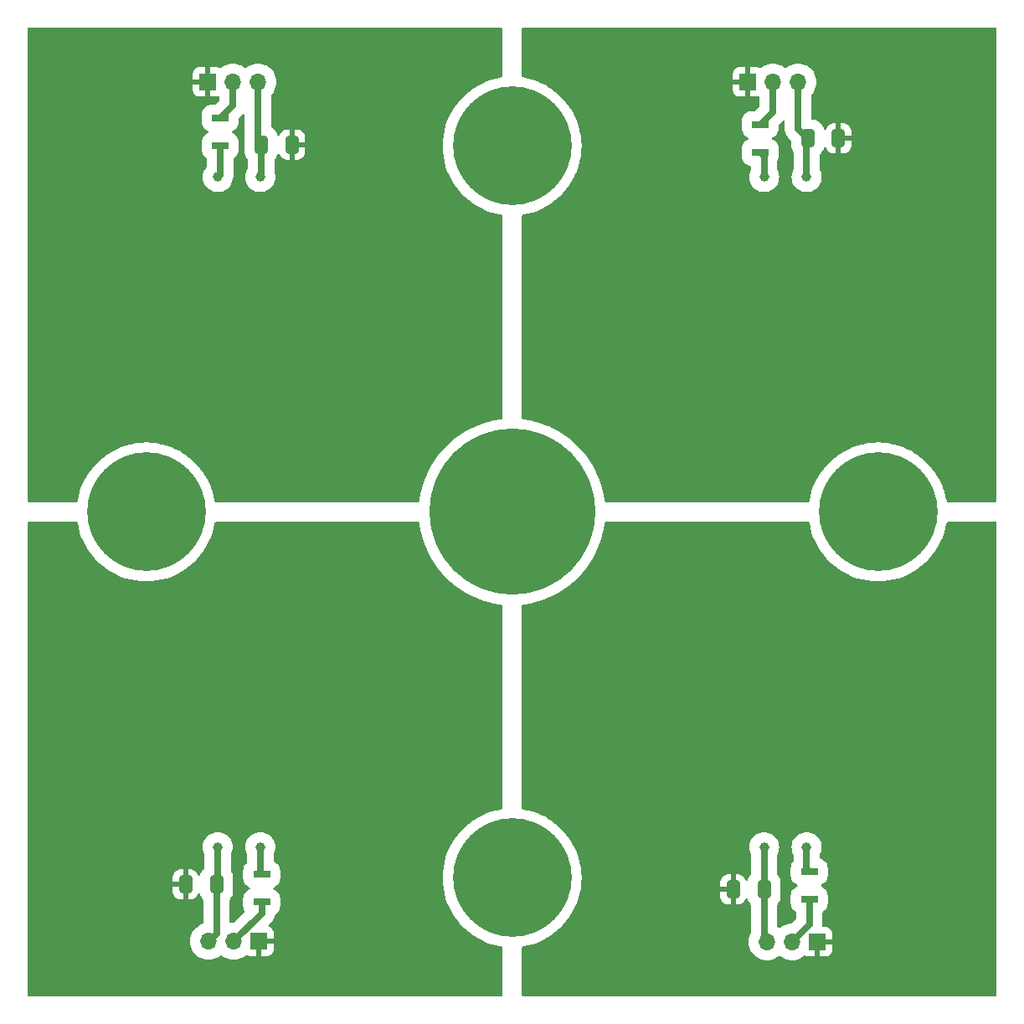
<source format=gbr>
%TF.GenerationSoftware,KiCad,Pcbnew,7.0.5-0*%
%TF.CreationDate,2023-07-05T09:28:37-04:00*%
%TF.ProjectId,quad_sipm,71756164-5f73-4697-906d-2e6b69636164,rev?*%
%TF.SameCoordinates,Original*%
%TF.FileFunction,Copper,L2,Bot*%
%TF.FilePolarity,Positive*%
%FSLAX46Y46*%
G04 Gerber Fmt 4.6, Leading zero omitted, Abs format (unit mm)*
G04 Created by KiCad (PCBNEW 7.0.5-0) date 2023-07-05 09:28:37*
%MOMM*%
%LPD*%
G01*
G04 APERTURE LIST*
G04 Aperture macros list*
%AMRoundRect*
0 Rectangle with rounded corners*
0 $1 Rounding radius*
0 $2 $3 $4 $5 $6 $7 $8 $9 X,Y pos of 4 corners*
0 Add a 4 corners polygon primitive as box body*
4,1,4,$2,$3,$4,$5,$6,$7,$8,$9,$2,$3,0*
0 Add four circle primitives for the rounded corners*
1,1,$1+$1,$2,$3*
1,1,$1+$1,$4,$5*
1,1,$1+$1,$6,$7*
1,1,$1+$1,$8,$9*
0 Add four rect primitives between the rounded corners*
20,1,$1+$1,$2,$3,$4,$5,0*
20,1,$1+$1,$4,$5,$6,$7,0*
20,1,$1+$1,$6,$7,$8,$9,0*
20,1,$1+$1,$8,$9,$2,$3,0*%
G04 Aperture macros list end*
%TA.AperFunction,ComponentPad*%
%ADD10C,1.000000*%
%TD*%
%TA.AperFunction,ComponentPad*%
%ADD11C,16.800000*%
%TD*%
%TA.AperFunction,ComponentPad*%
%ADD12C,12.000000*%
%TD*%
%TA.AperFunction,ComponentPad*%
%ADD13R,1.700000X1.700000*%
%TD*%
%TA.AperFunction,ComponentPad*%
%ADD14O,1.700000X1.700000*%
%TD*%
%TA.AperFunction,SMDPad,CuDef*%
%ADD15RoundRect,0.250000X0.412500X0.650000X-0.412500X0.650000X-0.412500X-0.650000X0.412500X-0.650000X0*%
%TD*%
%TA.AperFunction,SMDPad,CuDef*%
%ADD16RoundRect,0.250000X-0.412500X-0.650000X0.412500X-0.650000X0.412500X0.650000X-0.412500X0.650000X0*%
%TD*%
%TA.AperFunction,SMDPad,CuDef*%
%ADD17R,1.699200X0.701600*%
%TD*%
%TA.AperFunction,Conductor*%
%ADD18C,0.635000*%
%TD*%
G04 APERTURE END LIST*
D10*
%TO.P,D4,1,K*%
%TO.N,Net-(D4-K)*%
X74540000Y-66140000D03*
%TO.P,D4,2,A*%
%TO.N,Net-(D4-A)*%
X70240000Y-66140000D03*
%TD*%
%TO.P,D3,1,K*%
%TO.N,Net-(D3-K)*%
X129785000Y-66140000D03*
%TO.P,D3,2,A*%
%TO.N,Net-(D3-A)*%
X125485000Y-66140000D03*
%TD*%
%TO.P,D2,1,K*%
%TO.N,Net-(D2-K)*%
X70240000Y-133885000D03*
%TO.P,D2,2,A*%
%TO.N,Net-(D2-A)*%
X74540000Y-133885000D03*
%TD*%
%TO.P,D1,1,K*%
%TO.N,Net-(D1-K)*%
X125485000Y-133885000D03*
%TO.P,D1,2,A*%
%TO.N,Net-(D1-A)*%
X129785000Y-133885000D03*
%TD*%
D11*
%TO.P,H2,1*%
%TO.N,N/C*%
X100000000Y-100000000D03*
%TD*%
D12*
%TO.P,H3,1*%
%TO.N,N/C*%
X100000000Y-137000000D03*
%TD*%
%TO.P,H4,1*%
%TO.N,N/C*%
X137000000Y-100000000D03*
%TD*%
%TO.P,H5,1*%
%TO.N,N/C*%
X63000000Y-100000000D03*
%TD*%
%TO.P,H1,1*%
%TO.N,N/C*%
X100000000Y-63000000D03*
%TD*%
D13*
%TO.P,J1,1,Pin_1*%
%TO.N,Net-(J1-Pin_1)*%
X130855000Y-143465000D03*
D14*
%TO.P,J1,2,Pin_2*%
%TO.N,Net-(J1-Pin_2)*%
X128315000Y-143465000D03*
%TO.P,J1,3,Pin_3*%
%TO.N,Net-(D1-K)*%
X125775000Y-143465000D03*
%TD*%
D15*
%TO.P,C4,1*%
%TO.N,Net-(J4-Pin_1)*%
X77762500Y-62865000D03*
%TO.P,C4,2*%
%TO.N,Net-(D4-K)*%
X74637500Y-62865000D03*
%TD*%
D13*
%TO.P,J3,1,Pin_1*%
%TO.N,Net-(J3-Pin_1)*%
X123825000Y-56515000D03*
D14*
%TO.P,J3,2,Pin_2*%
%TO.N,Net-(J3-Pin_2)*%
X126365000Y-56515000D03*
%TO.P,J3,3,Pin_3*%
%TO.N,Net-(D3-K)*%
X128905000Y-56515000D03*
%TD*%
D13*
%TO.P,J4,1,Pin_1*%
%TO.N,Net-(J4-Pin_1)*%
X69215000Y-56515000D03*
D14*
%TO.P,J4,2,Pin_2*%
%TO.N,Net-(J4-Pin_2)*%
X71755000Y-56515000D03*
%TO.P,J4,3,Pin_3*%
%TO.N,Net-(D4-K)*%
X74295000Y-56515000D03*
%TD*%
D15*
%TO.P,C3,1*%
%TO.N,Net-(J3-Pin_1)*%
X133007500Y-62230000D03*
%TO.P,C3,2*%
%TO.N,Net-(D3-K)*%
X129882500Y-62230000D03*
%TD*%
D13*
%TO.P,J2,1,Pin_1*%
%TO.N,Net-(J2-Pin_1)*%
X74385000Y-143420000D03*
D14*
%TO.P,J2,2,Pin_2*%
%TO.N,Net-(J2-Pin_2)*%
X71845000Y-143420000D03*
%TO.P,J2,3,Pin_3*%
%TO.N,Net-(D2-K)*%
X69305000Y-143420000D03*
%TD*%
D16*
%TO.P,C1,1*%
%TO.N,Net-(J1-Pin_1)*%
X122351000Y-138176000D03*
%TO.P,C1,2*%
%TO.N,Net-(D1-K)*%
X125476000Y-138176000D03*
%TD*%
%TO.P,C2,1*%
%TO.N,Net-(J2-Pin_1)*%
X66979000Y-137668000D03*
%TO.P,C2,2*%
%TO.N,Net-(D2-K)*%
X70104000Y-137668000D03*
%TD*%
D17*
%TO.P,R3,1*%
%TO.N,Net-(J3-Pin_2)*%
X125095000Y-60829200D03*
%TO.P,R3,2*%
%TO.N,Net-(D3-A)*%
X125095000Y-63630800D03*
%TD*%
%TO.P,R4,1*%
%TO.N,Net-(D4-A)*%
X70485000Y-62995800D03*
%TO.P,R4,2*%
%TO.N,Net-(J4-Pin_2)*%
X70485000Y-60194200D03*
%TD*%
%TO.P,R2,1*%
%TO.N,Net-(D2-A)*%
X74676000Y-136652000D03*
%TO.P,R2,2*%
%TO.N,Net-(J2-Pin_2)*%
X74676000Y-139453600D03*
%TD*%
%TO.P,R1,1*%
%TO.N,Net-(D1-A)*%
X130048000Y-136390400D03*
%TO.P,R1,2*%
%TO.N,Net-(J1-Pin_2)*%
X130048000Y-139192000D03*
%TD*%
D18*
%TO.N,Net-(J1-Pin_2)*%
X130048000Y-139192000D02*
X130048000Y-141732000D01*
X130048000Y-141732000D02*
X128315000Y-143465000D01*
%TO.N,Net-(D1-A)*%
X129785000Y-133885000D02*
X129785000Y-136127400D01*
X129785000Y-136127400D02*
X130048000Y-136390400D01*
%TO.N,Net-(D1-K)*%
X125476000Y-138176000D02*
X125476000Y-143166000D01*
X125476000Y-143166000D02*
X125775000Y-143465000D01*
X125485000Y-133885000D02*
X125485000Y-138167000D01*
X125485000Y-138167000D02*
X125476000Y-138176000D01*
%TO.N,Net-(J2-Pin_2)*%
X74676000Y-139453600D02*
X74676000Y-140589000D01*
X74676000Y-140589000D02*
X71845000Y-143420000D01*
%TO.N,Net-(D2-A)*%
X74540000Y-133885000D02*
X74540000Y-136516000D01*
X74540000Y-136516000D02*
X74676000Y-136652000D01*
%TO.N,Net-(D2-K)*%
X70104000Y-137668000D02*
X70104000Y-142621000D01*
X70104000Y-142621000D02*
X69305000Y-143420000D01*
X70240000Y-133885000D02*
X70240000Y-137532000D01*
X70240000Y-137532000D02*
X70104000Y-137668000D01*
%TO.N,Net-(J3-Pin_2)*%
X126365000Y-56515000D02*
X126365000Y-59559200D01*
X126365000Y-59559200D02*
X125095000Y-60829200D01*
%TO.N,Net-(D3-A)*%
X125485000Y-66140000D02*
X125485000Y-64020800D01*
X125485000Y-64020800D02*
X125095000Y-63630800D01*
%TO.N,Net-(D3-K)*%
X128905000Y-56515000D02*
X128905000Y-61252500D01*
X128905000Y-61252500D02*
X129882500Y-62230000D01*
X129785000Y-66140000D02*
X129785000Y-62327500D01*
X129785000Y-62327500D02*
X129882500Y-62230000D01*
%TO.N,Net-(D4-K)*%
X74637500Y-62865000D02*
X74637500Y-66042500D01*
X74637500Y-66042500D02*
X74540000Y-66140000D01*
X74295000Y-56515000D02*
X74295000Y-62522500D01*
X74295000Y-62522500D02*
X74637500Y-62865000D01*
%TO.N,Net-(D4-A)*%
X70485000Y-62995800D02*
X70485000Y-65895000D01*
X70485000Y-65895000D02*
X70240000Y-66140000D01*
%TO.N,Net-(J4-Pin_2)*%
X71755000Y-56515000D02*
X71755000Y-58924200D01*
X71755000Y-58924200D02*
X70485000Y-60194200D01*
%TO.N,Net-(J2-Pin_1)*%
X74637500Y-143167500D02*
X74295000Y-143510000D01*
%TD*%
%TA.AperFunction,Conductor*%
%TO.N,Net-(J3-Pin_1)*%
G36*
X148942121Y-51020002D02*
G01*
X148988614Y-51073658D01*
X149000000Y-51126000D01*
X149000000Y-98874000D01*
X148979998Y-98942121D01*
X148926342Y-98988614D01*
X148874000Y-99000000D01*
X144056178Y-99000000D01*
X143988057Y-98979998D01*
X143941564Y-98926342D01*
X143932375Y-98897425D01*
X143897659Y-98713953D01*
X143845369Y-98437589D01*
X143709468Y-97930403D01*
X143580392Y-97561525D01*
X143536049Y-97434799D01*
X143536048Y-97434798D01*
X143536046Y-97434791D01*
X143326072Y-96953524D01*
X143326069Y-96953519D01*
X143326062Y-96953503D01*
X143171250Y-96660588D01*
X143080719Y-96489295D01*
X143080709Y-96489279D01*
X142801366Y-96044706D01*
X142801354Y-96044689D01*
X142489561Y-95622224D01*
X142489548Y-95622208D01*
X142147067Y-95224239D01*
X142147058Y-95224228D01*
X142147045Y-95224215D01*
X142147034Y-95224203D01*
X141775796Y-94852965D01*
X141775784Y-94852954D01*
X141775772Y-94852942D01*
X141674361Y-94765671D01*
X141377791Y-94510451D01*
X141377775Y-94510438D01*
X140955310Y-94198645D01*
X140955293Y-94198633D01*
X140510720Y-93919290D01*
X140510712Y-93919285D01*
X140510705Y-93919281D01*
X140465089Y-93895172D01*
X140046496Y-93673937D01*
X140046470Y-93673925D01*
X139862513Y-93593666D01*
X139565209Y-93463954D01*
X139565202Y-93463951D01*
X139565200Y-93463950D01*
X139069605Y-93290534D01*
X138562412Y-93154631D01*
X138046487Y-93057013D01*
X137524711Y-92998222D01*
X137000000Y-92978590D01*
X136475288Y-92998222D01*
X135953512Y-93057013D01*
X135437587Y-93154631D01*
X134930394Y-93290534D01*
X134434799Y-93463950D01*
X134434796Y-93463952D01*
X133953529Y-93673925D01*
X133953503Y-93673937D01*
X133489300Y-93919278D01*
X133489279Y-93919290D01*
X133044706Y-94198633D01*
X133044689Y-94198645D01*
X132622224Y-94510438D01*
X132622208Y-94510451D01*
X132224239Y-94852932D01*
X132224203Y-94852965D01*
X131852965Y-95224203D01*
X131852932Y-95224239D01*
X131510451Y-95622208D01*
X131510438Y-95622224D01*
X131198645Y-96044689D01*
X131198633Y-96044706D01*
X130919290Y-96489279D01*
X130919278Y-96489300D01*
X130673937Y-96953503D01*
X130673925Y-96953529D01*
X130463952Y-97434796D01*
X130463950Y-97434799D01*
X130290534Y-97930394D01*
X130154631Y-98437587D01*
X130067625Y-98897425D01*
X130035308Y-98960639D01*
X129973944Y-98996347D01*
X129943822Y-99000000D01*
X109477770Y-99000000D01*
X109409649Y-98979998D01*
X109363156Y-98926342D01*
X109352377Y-98886350D01*
X109340942Y-98770251D01*
X109340941Y-98770249D01*
X109340941Y-98770242D01*
X109240512Y-98161948D01*
X109186523Y-97930403D01*
X109100512Y-97561520D01*
X108921547Y-96971555D01*
X108921545Y-96971547D01*
X108740040Y-96489300D01*
X108704372Y-96394531D01*
X108449926Y-95832958D01*
X108159296Y-95289228D01*
X107833728Y-94765671D01*
X107474613Y-94264527D01*
X107083492Y-93787944D01*
X106662038Y-93337962D01*
X106212056Y-92916508D01*
X105735473Y-92525387D01*
X105234329Y-92166272D01*
X104710772Y-91840704D01*
X104710771Y-91840703D01*
X104167054Y-91550080D01*
X104167037Y-91550071D01*
X103754548Y-91363174D01*
X103605469Y-91295628D01*
X103605464Y-91295626D01*
X103028452Y-91078454D01*
X103028444Y-91078452D01*
X102438479Y-90899487D01*
X101838066Y-90759490D01*
X101229760Y-90659059D01*
X101113649Y-90647622D01*
X101047817Y-90621039D01*
X101006807Y-90563084D01*
X101000000Y-90522229D01*
X101000000Y-70056178D01*
X101020002Y-69988057D01*
X101073658Y-69941564D01*
X101102575Y-69932375D01*
X101257671Y-69903028D01*
X101562411Y-69845369D01*
X102069597Y-69709468D01*
X102565209Y-69536046D01*
X103046476Y-69326072D01*
X103046487Y-69326065D01*
X103046496Y-69326062D01*
X103198527Y-69245710D01*
X103510705Y-69080719D01*
X103955301Y-68801361D01*
X104377778Y-68489559D01*
X104775772Y-68147058D01*
X105147058Y-67775772D01*
X105489559Y-67377778D01*
X105801361Y-66955301D01*
X106080719Y-66510705D01*
X106276643Y-66140000D01*
X106326062Y-66046496D01*
X106326065Y-66046487D01*
X106326072Y-66046476D01*
X106536046Y-65565209D01*
X106709468Y-65069597D01*
X106845369Y-64562411D01*
X106942987Y-64046487D01*
X107001777Y-63524711D01*
X107021410Y-63000000D01*
X107001777Y-62475289D01*
X106942987Y-61953513D01*
X106845369Y-61437589D01*
X106709468Y-60930403D01*
X106549772Y-60474018D01*
X106536049Y-60434799D01*
X106536048Y-60434798D01*
X106536046Y-60434791D01*
X106326072Y-59953524D01*
X106326069Y-59953519D01*
X106326062Y-59953503D01*
X106104734Y-59534734D01*
X106080719Y-59489295D01*
X106040317Y-59424995D01*
X105801366Y-59044706D01*
X105801354Y-59044689D01*
X105489561Y-58622224D01*
X105489548Y-58622208D01*
X105147067Y-58224239D01*
X105147058Y-58224228D01*
X105147045Y-58224215D01*
X105147034Y-58224203D01*
X104775796Y-57852965D01*
X104775784Y-57852954D01*
X104775772Y-57852942D01*
X104645017Y-57740418D01*
X104377791Y-57510451D01*
X104377775Y-57510438D01*
X104267615Y-57429136D01*
X122340000Y-57429136D01*
X122342832Y-57465117D01*
X122342834Y-57465130D01*
X122387595Y-57619197D01*
X122469261Y-57757285D01*
X122469266Y-57757292D01*
X122582707Y-57870733D01*
X122582714Y-57870738D01*
X122720802Y-57952404D01*
X122874869Y-57997165D01*
X122874882Y-57997167D01*
X122910863Y-57999999D01*
X122910865Y-58000000D01*
X123571000Y-58000000D01*
X123571000Y-56948674D01*
X123682685Y-56999680D01*
X123789237Y-57015000D01*
X123860763Y-57015000D01*
X123967315Y-56999680D01*
X124078999Y-56948674D01*
X124079000Y-58000000D01*
X124739135Y-58000000D01*
X124739136Y-57999999D01*
X124775117Y-57997167D01*
X124775127Y-57997165D01*
X124869846Y-57969647D01*
X124940843Y-57969850D01*
X125000459Y-58008403D01*
X125029768Y-58073068D01*
X125031000Y-58090644D01*
X125031000Y-58954447D01*
X125010998Y-59022568D01*
X124994096Y-59043542D01*
X124612644Y-59424995D01*
X124550331Y-59459020D01*
X124523548Y-59461900D01*
X124195457Y-59461900D01*
X124046139Y-59476606D01*
X124046136Y-59476606D01*
X123854522Y-59534732D01*
X123854516Y-59534734D01*
X123677933Y-59629120D01*
X123523148Y-59756148D01*
X123396120Y-59910933D01*
X123301734Y-60087516D01*
X123301732Y-60087522D01*
X123243606Y-60279136D01*
X123243606Y-60279139D01*
X123228900Y-60428457D01*
X123228900Y-61229942D01*
X123243606Y-61379260D01*
X123243606Y-61379263D01*
X123301732Y-61570877D01*
X123301734Y-61570883D01*
X123376364Y-61710505D01*
X123396122Y-61747469D01*
X123523148Y-61902252D01*
X123677931Y-62029278D01*
X123677933Y-62029279D01*
X123845560Y-62118878D01*
X123896208Y-62168630D01*
X123911918Y-62237867D01*
X123887702Y-62304606D01*
X123845560Y-62341122D01*
X123677933Y-62430720D01*
X123523148Y-62557748D01*
X123396120Y-62712533D01*
X123301734Y-62889116D01*
X123301732Y-62889122D01*
X123243606Y-63080736D01*
X123243606Y-63080739D01*
X123228900Y-63230057D01*
X123228900Y-64031542D01*
X123243606Y-64180860D01*
X123243606Y-64180863D01*
X123301732Y-64372477D01*
X123301734Y-64372483D01*
X123396120Y-64549066D01*
X123396122Y-64549069D01*
X123523148Y-64703852D01*
X123677931Y-64830878D01*
X123854520Y-64925267D01*
X124046131Y-64983392D01*
X124046144Y-64983393D01*
X124049583Y-64984078D01*
X124051221Y-64984935D01*
X124052055Y-64985188D01*
X124052007Y-64985346D01*
X124112492Y-65016987D01*
X124147623Y-65078682D01*
X124151000Y-65107657D01*
X124151000Y-65378955D01*
X124132436Y-65444785D01*
X124129611Y-65449394D01*
X124081643Y-65565200D01*
X124038263Y-65669927D01*
X123982539Y-65902034D01*
X123963811Y-66140000D01*
X123982539Y-66377966D01*
X124038263Y-66610073D01*
X124129611Y-66830605D01*
X124206024Y-66955301D01*
X124254333Y-67034133D01*
X124254334Y-67034135D01*
X124409356Y-67215643D01*
X124590864Y-67370665D01*
X124590868Y-67370668D01*
X124794395Y-67495389D01*
X125014927Y-67586737D01*
X125247034Y-67642461D01*
X125485000Y-67661189D01*
X125722966Y-67642461D01*
X125955073Y-67586737D01*
X126175605Y-67495389D01*
X126379132Y-67370668D01*
X126560643Y-67215643D01*
X126715668Y-67034132D01*
X126840389Y-66830605D01*
X126931737Y-66610073D01*
X126987461Y-66377966D01*
X127006189Y-66140000D01*
X126987461Y-65902034D01*
X126931737Y-65669927D01*
X126840389Y-65449395D01*
X126837563Y-65444784D01*
X126819000Y-65378955D01*
X126819000Y-64533630D01*
X126833878Y-64474234D01*
X126888267Y-64372480D01*
X126946392Y-64180869D01*
X126961100Y-64031534D01*
X126961100Y-63230066D01*
X126949750Y-63114822D01*
X126946393Y-63080739D01*
X126946393Y-63080736D01*
X126946392Y-63080733D01*
X126946392Y-63080731D01*
X126888267Y-62889120D01*
X126793878Y-62712531D01*
X126666852Y-62557748D01*
X126512069Y-62430722D01*
X126512067Y-62430721D01*
X126512066Y-62430720D01*
X126417178Y-62380002D01*
X126344438Y-62341121D01*
X126293791Y-62291370D01*
X126278081Y-62222133D01*
X126302297Y-62155394D01*
X126344438Y-62118878D01*
X126512069Y-62029278D01*
X126666852Y-61902252D01*
X126793878Y-61747469D01*
X126888267Y-61570880D01*
X126946392Y-61379269D01*
X126961100Y-61229934D01*
X126961100Y-60901850D01*
X126981102Y-60833730D01*
X126998005Y-60812756D01*
X127355904Y-60454857D01*
X127418216Y-60420831D01*
X127489031Y-60425896D01*
X127545867Y-60468443D01*
X127570678Y-60534963D01*
X127570999Y-60543952D01*
X127570999Y-61160849D01*
X127571000Y-61160854D01*
X127571000Y-61369210D01*
X127580673Y-61424078D01*
X127581391Y-61429527D01*
X127586247Y-61485032D01*
X127600667Y-61538848D01*
X127601857Y-61544214D01*
X127611533Y-61599083D01*
X127630584Y-61651428D01*
X127632237Y-61656670D01*
X127646658Y-61710490D01*
X127646664Y-61710505D01*
X127670203Y-61760985D01*
X127672307Y-61766064D01*
X127691365Y-61818426D01*
X127719227Y-61866684D01*
X127721765Y-61871560D01*
X127745309Y-61922048D01*
X127745311Y-61922050D01*
X127745312Y-61922053D01*
X127760419Y-61943628D01*
X127777262Y-61967682D01*
X127780212Y-61972311D01*
X127808076Y-62020573D01*
X127808077Y-62020574D01*
X127843887Y-62063250D01*
X127847235Y-62067613D01*
X127879194Y-62113256D01*
X127879196Y-62113258D01*
X127920531Y-62154592D01*
X127920533Y-62154595D01*
X128166594Y-62400656D01*
X128200620Y-62462968D01*
X128203499Y-62489751D01*
X128203499Y-62945038D01*
X128207825Y-62999999D01*
X128214037Y-63078925D01*
X128214037Y-63078928D01*
X128214038Y-63078929D01*
X128269739Y-63299985D01*
X128269742Y-63299994D01*
X128364019Y-63507551D01*
X128364020Y-63507553D01*
X128364021Y-63507554D01*
X128428572Y-63600728D01*
X128450924Y-63668114D01*
X128451000Y-63672483D01*
X128451000Y-65378955D01*
X128432436Y-65444785D01*
X128429611Y-65449394D01*
X128381643Y-65565200D01*
X128338263Y-65669927D01*
X128282539Y-65902034D01*
X128263811Y-66140000D01*
X128282539Y-66377966D01*
X128338263Y-66610073D01*
X128429611Y-66830605D01*
X128506024Y-66955301D01*
X128554333Y-67034133D01*
X128554334Y-67034135D01*
X128709356Y-67215643D01*
X128890864Y-67370665D01*
X128890868Y-67370668D01*
X129094395Y-67495389D01*
X129314927Y-67586737D01*
X129547034Y-67642461D01*
X129785000Y-67661189D01*
X130022966Y-67642461D01*
X130255073Y-67586737D01*
X130475605Y-67495389D01*
X130679132Y-67370668D01*
X130860643Y-67215643D01*
X131015668Y-67034132D01*
X131140389Y-66830605D01*
X131231737Y-66610073D01*
X131287461Y-66377966D01*
X131306189Y-66140000D01*
X131287461Y-65902034D01*
X131231737Y-65669927D01*
X131140389Y-65449395D01*
X131137569Y-65444794D01*
X131118999Y-65378955D01*
X131118999Y-63899293D01*
X131139001Y-63831172D01*
X131155904Y-63810197D01*
X131271152Y-63694950D01*
X131400979Y-63507554D01*
X131495260Y-63299989D01*
X131520306Y-63200589D01*
X131556345Y-63139423D01*
X131619734Y-63107449D01*
X131690347Y-63114822D01*
X131745764Y-63159200D01*
X131761458Y-63192893D01*
X131761863Y-63192738D01*
X131764095Y-63198555D01*
X131764190Y-63198757D01*
X131764228Y-63198899D01*
X131848687Y-63364658D01*
X131848688Y-63364661D01*
X131965763Y-63509236D01*
X132110338Y-63626311D01*
X132110341Y-63626312D01*
X132276097Y-63710769D01*
X132455789Y-63758917D01*
X132533061Y-63765000D01*
X132753500Y-63765000D01*
X132753500Y-62484000D01*
X133261500Y-62484000D01*
X133261500Y-63765000D01*
X133481939Y-63765000D01*
X133559210Y-63758917D01*
X133738902Y-63710769D01*
X133904658Y-63626312D01*
X133904661Y-63626311D01*
X134049236Y-63509236D01*
X134166311Y-63364661D01*
X134166312Y-63364658D01*
X134250769Y-63198902D01*
X134298917Y-63019210D01*
X134305000Y-62941938D01*
X134305000Y-62484000D01*
X133261500Y-62484000D01*
X132753500Y-62484000D01*
X132753500Y-60695000D01*
X133261500Y-60695000D01*
X133261500Y-61976000D01*
X134305000Y-61976000D01*
X134305000Y-61518061D01*
X134298917Y-61440789D01*
X134250769Y-61261097D01*
X134166312Y-61095341D01*
X134166311Y-61095338D01*
X134049236Y-60950763D01*
X133904661Y-60833688D01*
X133904658Y-60833687D01*
X133738902Y-60749230D01*
X133559210Y-60701082D01*
X133481939Y-60695000D01*
X133261500Y-60695000D01*
X132753500Y-60695000D01*
X132533061Y-60695000D01*
X132455789Y-60701082D01*
X132276097Y-60749230D01*
X132110341Y-60833687D01*
X132110338Y-60833688D01*
X131965763Y-60950763D01*
X131848688Y-61095338D01*
X131848687Y-61095341D01*
X131764228Y-61261100D01*
X131764189Y-61261247D01*
X131764142Y-61261322D01*
X131761863Y-61267262D01*
X131760776Y-61266844D01*
X131727230Y-61321865D01*
X131663366Y-61352879D01*
X131592872Y-61344442D01*
X131538131Y-61299232D01*
X131520305Y-61259407D01*
X131495261Y-61160016D01*
X131495260Y-61160011D01*
X131400979Y-60952446D01*
X131271152Y-60765050D01*
X131271150Y-60765048D01*
X131271142Y-60765039D01*
X131109960Y-60603857D01*
X131109951Y-60603849D01*
X131010519Y-60534963D01*
X130922554Y-60474021D01*
X130922552Y-60474020D01*
X130922549Y-60474018D01*
X130714994Y-60379742D01*
X130714991Y-60379741D01*
X130714989Y-60379740D01*
X130493925Y-60324037D01*
X130360042Y-60313500D01*
X130360039Y-60313500D01*
X130357574Y-60313306D01*
X130357622Y-60312684D01*
X130292758Y-60290831D01*
X130248414Y-60235387D01*
X130239000Y-60187602D01*
X130239000Y-57872819D01*
X130259002Y-57804699D01*
X130275906Y-57783724D01*
X130291086Y-57768542D01*
X130319210Y-57740420D01*
X130479211Y-57526684D01*
X130607165Y-57292353D01*
X130700468Y-57042197D01*
X130757221Y-56781309D01*
X130776268Y-56515000D01*
X130757221Y-56248691D01*
X130709717Y-56030320D01*
X130700470Y-55987811D01*
X130700470Y-55987810D01*
X130700468Y-55987806D01*
X130700468Y-55987803D01*
X130607165Y-55737647D01*
X130479211Y-55503316D01*
X130319210Y-55289580D01*
X130130420Y-55100790D01*
X130130417Y-55100788D01*
X130130414Y-55100785D01*
X130035856Y-55030000D01*
X129916684Y-54940789D01*
X129788729Y-54870920D01*
X129682352Y-54812834D01*
X129432189Y-54719529D01*
X129171311Y-54662779D01*
X129171313Y-54662779D01*
X128958261Y-54647541D01*
X128905000Y-54643732D01*
X128904999Y-54643732D01*
X128638687Y-54662779D01*
X128377811Y-54719529D01*
X128377810Y-54719529D01*
X128127647Y-54812834D01*
X127893317Y-54940788D01*
X127710507Y-55077637D01*
X127643987Y-55102447D01*
X127574613Y-55087355D01*
X127559490Y-55077636D01*
X127546327Y-55067782D01*
X127376684Y-54940789D01*
X127248728Y-54870920D01*
X127142352Y-54812834D01*
X126892189Y-54719529D01*
X126631311Y-54662779D01*
X126631313Y-54662779D01*
X126365000Y-54643732D01*
X126098687Y-54662779D01*
X125837811Y-54719529D01*
X125837810Y-54719529D01*
X125587647Y-54812834D01*
X125353316Y-54940789D01*
X125139580Y-55100790D01*
X125138700Y-55101553D01*
X125138345Y-55101715D01*
X125135978Y-55103487D01*
X125135592Y-55102971D01*
X125074116Y-55131039D01*
X125003843Y-55120927D01*
X124992059Y-55114772D01*
X124929197Y-55077595D01*
X124775130Y-55032834D01*
X124775117Y-55032832D01*
X124739136Y-55030000D01*
X124079000Y-55030000D01*
X124078999Y-56081325D01*
X123967315Y-56030320D01*
X123860763Y-56015000D01*
X123789237Y-56015000D01*
X123682685Y-56030320D01*
X123571000Y-56081325D01*
X123571000Y-55030000D01*
X122910864Y-55030000D01*
X122874882Y-55032832D01*
X122874869Y-55032834D01*
X122720802Y-55077595D01*
X122582714Y-55159261D01*
X122582707Y-55159266D01*
X122469266Y-55272707D01*
X122469261Y-55272714D01*
X122387595Y-55410802D01*
X122342834Y-55564869D01*
X122342832Y-55564882D01*
X122340000Y-55600863D01*
X122340000Y-56261000D01*
X123393884Y-56261000D01*
X123365507Y-56305156D01*
X123325000Y-56443111D01*
X123325000Y-56586889D01*
X123365507Y-56724844D01*
X123393884Y-56769000D01*
X122340000Y-56769000D01*
X122340000Y-57429136D01*
X104267615Y-57429136D01*
X103955310Y-57198645D01*
X103955293Y-57198633D01*
X103510720Y-56919290D01*
X103510712Y-56919285D01*
X103510705Y-56919281D01*
X103465089Y-56895172D01*
X103046496Y-56673937D01*
X103046470Y-56673925D01*
X102846980Y-56586889D01*
X102565209Y-56463954D01*
X102565202Y-56463951D01*
X102565200Y-56463950D01*
X102069605Y-56290534D01*
X101562412Y-56154631D01*
X101102575Y-56067625D01*
X101039361Y-56035308D01*
X101003653Y-55973944D01*
X101000000Y-55943822D01*
X101000000Y-51126000D01*
X101020002Y-51057879D01*
X101073658Y-51011386D01*
X101126000Y-51000000D01*
X148874000Y-51000000D01*
X148942121Y-51020002D01*
G37*
%TD.AperFunction*%
%TD*%
%TA.AperFunction,Conductor*%
%TO.N,Net-(J4-Pin_1)*%
G36*
X98942121Y-51020002D02*
G01*
X98988614Y-51073658D01*
X99000000Y-51126000D01*
X99000000Y-55943822D01*
X98979998Y-56011943D01*
X98926342Y-56058436D01*
X98897425Y-56067625D01*
X98437587Y-56154631D01*
X97930394Y-56290534D01*
X97434799Y-56463950D01*
X97434796Y-56463952D01*
X96953529Y-56673925D01*
X96953503Y-56673937D01*
X96489300Y-56919278D01*
X96489279Y-56919290D01*
X96044706Y-57198633D01*
X96044689Y-57198645D01*
X95622224Y-57510438D01*
X95622208Y-57510451D01*
X95224239Y-57852932D01*
X95224203Y-57852965D01*
X94852965Y-58224203D01*
X94852932Y-58224239D01*
X94510451Y-58622208D01*
X94510438Y-58622224D01*
X94198645Y-59044689D01*
X94198633Y-59044706D01*
X93919290Y-59489279D01*
X93919278Y-59489300D01*
X93673937Y-59953503D01*
X93673925Y-59953529D01*
X93463952Y-60434796D01*
X93463950Y-60434799D01*
X93290534Y-60930394D01*
X93154631Y-61437587D01*
X93057013Y-61953512D01*
X92998222Y-62475288D01*
X92978590Y-62999999D01*
X92998222Y-63524711D01*
X93057013Y-64046487D01*
X93154631Y-64562412D01*
X93290534Y-65069605D01*
X93463950Y-65565200D01*
X93463951Y-65565202D01*
X93463954Y-65565209D01*
X93509642Y-65669927D01*
X93673925Y-66046470D01*
X93673937Y-66046496D01*
X93919278Y-66510699D01*
X93919290Y-66510720D01*
X94198633Y-66955293D01*
X94198645Y-66955310D01*
X94510438Y-67377775D01*
X94510451Y-67377791D01*
X94779012Y-67689864D01*
X94852942Y-67775772D01*
X94852954Y-67775784D01*
X94852965Y-67775796D01*
X95224203Y-68147034D01*
X95224215Y-68147045D01*
X95224228Y-68147058D01*
X95346780Y-68252522D01*
X95622208Y-68489548D01*
X95622224Y-68489561D01*
X96044689Y-68801354D01*
X96044706Y-68801366D01*
X96489279Y-69080709D01*
X96489295Y-69080719D01*
X96660588Y-69171250D01*
X96953503Y-69326062D01*
X96953519Y-69326069D01*
X96953524Y-69326072D01*
X97434791Y-69536046D01*
X97434798Y-69536048D01*
X97434799Y-69536049D01*
X97930394Y-69709465D01*
X97930403Y-69709468D01*
X98437589Y-69845369D01*
X98713953Y-69897659D01*
X98897425Y-69932375D01*
X98960639Y-69964692D01*
X98996347Y-70026056D01*
X99000000Y-70056178D01*
X99000000Y-90522229D01*
X98979998Y-90590350D01*
X98926342Y-90636843D01*
X98886351Y-90647622D01*
X98770239Y-90659059D01*
X98161933Y-90759490D01*
X97561520Y-90899487D01*
X96971555Y-91078452D01*
X96971547Y-91078454D01*
X96394535Y-91295626D01*
X95832962Y-91550071D01*
X95832945Y-91550080D01*
X95289227Y-91840704D01*
X94765671Y-92166272D01*
X94765667Y-92166274D01*
X94264529Y-92525385D01*
X94264528Y-92525386D01*
X93787943Y-92916509D01*
X93337962Y-93337962D01*
X92916509Y-93787943D01*
X92525386Y-94264528D01*
X92525385Y-94264529D01*
X92166274Y-94765667D01*
X92166272Y-94765671D01*
X91840704Y-95289227D01*
X91550080Y-95832945D01*
X91550071Y-95832962D01*
X91295626Y-96394535D01*
X91078454Y-96971547D01*
X91078452Y-96971555D01*
X90899487Y-97561520D01*
X90759490Y-98161933D01*
X90659060Y-98770235D01*
X90659057Y-98770251D01*
X90647623Y-98886350D01*
X90621040Y-98952183D01*
X90563086Y-98993192D01*
X90522230Y-99000000D01*
X70056178Y-99000000D01*
X69988057Y-98979998D01*
X69941564Y-98926342D01*
X69932375Y-98897425D01*
X69897659Y-98713953D01*
X69845369Y-98437589D01*
X69709468Y-97930403D01*
X69580392Y-97561525D01*
X69536049Y-97434799D01*
X69536048Y-97434798D01*
X69536046Y-97434791D01*
X69326072Y-96953524D01*
X69326069Y-96953519D01*
X69326062Y-96953503D01*
X69171250Y-96660588D01*
X69080719Y-96489295D01*
X69080709Y-96489279D01*
X68801366Y-96044706D01*
X68801354Y-96044689D01*
X68489561Y-95622224D01*
X68489548Y-95622208D01*
X68147067Y-95224239D01*
X68147058Y-95224228D01*
X68147045Y-95224215D01*
X68147034Y-95224203D01*
X67775796Y-94852965D01*
X67775784Y-94852954D01*
X67775772Y-94852942D01*
X67674361Y-94765671D01*
X67377791Y-94510451D01*
X67377775Y-94510438D01*
X66955310Y-94198645D01*
X66955293Y-94198633D01*
X66510720Y-93919290D01*
X66510712Y-93919285D01*
X66510705Y-93919281D01*
X66465089Y-93895172D01*
X66046496Y-93673937D01*
X66046470Y-93673925D01*
X65862513Y-93593666D01*
X65565209Y-93463954D01*
X65565202Y-93463951D01*
X65565200Y-93463950D01*
X65069605Y-93290534D01*
X64562412Y-93154631D01*
X64046487Y-93057013D01*
X63524711Y-92998222D01*
X63018923Y-92979298D01*
X63000000Y-92978590D01*
X62999999Y-92978590D01*
X62475288Y-92998222D01*
X61953512Y-93057013D01*
X61437587Y-93154631D01*
X60930394Y-93290534D01*
X60434799Y-93463950D01*
X60434796Y-93463952D01*
X59953529Y-93673925D01*
X59953503Y-93673937D01*
X59489300Y-93919278D01*
X59489279Y-93919290D01*
X59044706Y-94198633D01*
X59044689Y-94198645D01*
X58622224Y-94510438D01*
X58622208Y-94510451D01*
X58224239Y-94852932D01*
X58224203Y-94852965D01*
X57852965Y-95224203D01*
X57852932Y-95224239D01*
X57510451Y-95622208D01*
X57510438Y-95622224D01*
X57198645Y-96044689D01*
X57198633Y-96044706D01*
X56919290Y-96489279D01*
X56919278Y-96489300D01*
X56673937Y-96953503D01*
X56673925Y-96953529D01*
X56463952Y-97434796D01*
X56463950Y-97434799D01*
X56290534Y-97930394D01*
X56154631Y-98437587D01*
X56067625Y-98897425D01*
X56035308Y-98960639D01*
X55973944Y-98996347D01*
X55943822Y-99000000D01*
X51126000Y-99000000D01*
X51057879Y-98979998D01*
X51011386Y-98926342D01*
X51000000Y-98874000D01*
X51000000Y-57429136D01*
X67730000Y-57429136D01*
X67732832Y-57465117D01*
X67732834Y-57465130D01*
X67777595Y-57619197D01*
X67859261Y-57757285D01*
X67859266Y-57757292D01*
X67972707Y-57870733D01*
X67972714Y-57870738D01*
X68110802Y-57952404D01*
X68264869Y-57997165D01*
X68264882Y-57997167D01*
X68300863Y-57999999D01*
X68300865Y-58000000D01*
X68961000Y-58000000D01*
X68961000Y-56948674D01*
X69072685Y-56999680D01*
X69179237Y-57015000D01*
X69250763Y-57015000D01*
X69357315Y-56999680D01*
X69469000Y-56948674D01*
X69469000Y-58000000D01*
X70129135Y-58000000D01*
X70129136Y-57999999D01*
X70165117Y-57997167D01*
X70165127Y-57997165D01*
X70259846Y-57969647D01*
X70330843Y-57969850D01*
X70390459Y-58008403D01*
X70419768Y-58073068D01*
X70421000Y-58090644D01*
X70421000Y-58319449D01*
X70400998Y-58387570D01*
X70384095Y-58408544D01*
X70002644Y-58789995D01*
X69940332Y-58824021D01*
X69913549Y-58826900D01*
X69585457Y-58826900D01*
X69436139Y-58841606D01*
X69436136Y-58841606D01*
X69244522Y-58899732D01*
X69244516Y-58899734D01*
X69067933Y-58994120D01*
X68913148Y-59121148D01*
X68786120Y-59275933D01*
X68691734Y-59452516D01*
X68691732Y-59452522D01*
X68633606Y-59644136D01*
X68633606Y-59644139D01*
X68618900Y-59793457D01*
X68618900Y-60594942D01*
X68633606Y-60744260D01*
X68633606Y-60744263D01*
X68691732Y-60935877D01*
X68691734Y-60935883D01*
X68772490Y-61086966D01*
X68786122Y-61112469D01*
X68913148Y-61267252D01*
X69067931Y-61394278D01*
X69067933Y-61394279D01*
X69235560Y-61483878D01*
X69286208Y-61533630D01*
X69301918Y-61602867D01*
X69277702Y-61669606D01*
X69235560Y-61706122D01*
X69067933Y-61795720D01*
X68913148Y-61922748D01*
X68786120Y-62077533D01*
X68691734Y-62254116D01*
X68691732Y-62254122D01*
X68633606Y-62445736D01*
X68633606Y-62445739D01*
X68618900Y-62595057D01*
X68618900Y-63396542D01*
X68633606Y-63545860D01*
X68633606Y-63545863D01*
X68691732Y-63737477D01*
X68691734Y-63737483D01*
X68744175Y-63835592D01*
X68786122Y-63914069D01*
X68913148Y-64068852D01*
X69067931Y-64195878D01*
X69084395Y-64204678D01*
X69135043Y-64254428D01*
X69151000Y-64315800D01*
X69151000Y-65033512D01*
X69130998Y-65101633D01*
X69120811Y-65115342D01*
X69009334Y-65245864D01*
X69009333Y-65245866D01*
X68884610Y-65449396D01*
X68793265Y-65669922D01*
X68793263Y-65669927D01*
X68737539Y-65902034D01*
X68718811Y-66140000D01*
X68737539Y-66377966D01*
X68793263Y-66610073D01*
X68884611Y-66830605D01*
X68961024Y-66955301D01*
X69009333Y-67034133D01*
X69009334Y-67034135D01*
X69164356Y-67215643D01*
X69345864Y-67370665D01*
X69345868Y-67370668D01*
X69549395Y-67495389D01*
X69769927Y-67586737D01*
X70002034Y-67642461D01*
X70240000Y-67661189D01*
X70477966Y-67642461D01*
X70710073Y-67586737D01*
X70930605Y-67495389D01*
X71134132Y-67370668D01*
X71315643Y-67215643D01*
X71470668Y-67034132D01*
X71595389Y-66830605D01*
X71686737Y-66610073D01*
X71742461Y-66377966D01*
X71743970Y-66358788D01*
X71747872Y-66336076D01*
X71757760Y-66299171D01*
X71759413Y-66293932D01*
X71778464Y-66241593D01*
X71778464Y-66241590D01*
X71778467Y-66241584D01*
X71788144Y-66186693D01*
X71789323Y-66181376D01*
X71803752Y-66127532D01*
X71808608Y-66072019D01*
X71809326Y-66066566D01*
X71812866Y-66046496D01*
X71819000Y-66011710D01*
X71819000Y-65778290D01*
X71819000Y-64315800D01*
X71839002Y-64247679D01*
X71885604Y-64204678D01*
X71902069Y-64195878D01*
X72056852Y-64068852D01*
X72183878Y-63914069D01*
X72278267Y-63737480D01*
X72336392Y-63545869D01*
X72351100Y-63396534D01*
X72351100Y-62595066D01*
X72336393Y-62445739D01*
X72336393Y-62445736D01*
X72336392Y-62445733D01*
X72336392Y-62445731D01*
X72278267Y-62254120D01*
X72183878Y-62077531D01*
X72056852Y-61922748D01*
X71902069Y-61795722D01*
X71902067Y-61795721D01*
X71902066Y-61795720D01*
X71779744Y-61730338D01*
X71734438Y-61706121D01*
X71683791Y-61656370D01*
X71668081Y-61587133D01*
X71692297Y-61520394D01*
X71734438Y-61483878D01*
X71902069Y-61394278D01*
X72056852Y-61267252D01*
X72183878Y-61112469D01*
X72278267Y-60935880D01*
X72336392Y-60744269D01*
X72351100Y-60594934D01*
X72351100Y-60266851D01*
X72371102Y-60198730D01*
X72388005Y-60177756D01*
X72745905Y-59819856D01*
X72808217Y-59785830D01*
X72879032Y-59790895D01*
X72935868Y-59833442D01*
X72960679Y-59899962D01*
X72961000Y-59908951D01*
X72961000Y-62115711D01*
X72960806Y-62120656D01*
X72958500Y-62149958D01*
X72958499Y-63580038D01*
X72963768Y-63646983D01*
X72969037Y-63713925D01*
X72969037Y-63713928D01*
X72969038Y-63713929D01*
X73024739Y-63934985D01*
X73024742Y-63934994D01*
X73119018Y-64142549D01*
X73119020Y-64142552D01*
X73119021Y-64142554D01*
X73248848Y-64329950D01*
X73266593Y-64347695D01*
X73300620Y-64410006D01*
X73303500Y-64436792D01*
X73303500Y-65219848D01*
X73284933Y-65285682D01*
X73184612Y-65449393D01*
X73093267Y-65669918D01*
X73093263Y-65669927D01*
X73037539Y-65902034D01*
X73018811Y-66140000D01*
X73037539Y-66377966D01*
X73093263Y-66610073D01*
X73184611Y-66830605D01*
X73261024Y-66955301D01*
X73309333Y-67034133D01*
X73309334Y-67034135D01*
X73464356Y-67215643D01*
X73645864Y-67370665D01*
X73645868Y-67370668D01*
X73849395Y-67495389D01*
X74069927Y-67586737D01*
X74302034Y-67642461D01*
X74540000Y-67661189D01*
X74777966Y-67642461D01*
X75010073Y-67586737D01*
X75230605Y-67495389D01*
X75434132Y-67370668D01*
X75615643Y-67215643D01*
X75770668Y-67034132D01*
X75895389Y-66830605D01*
X75986737Y-66610073D01*
X76042461Y-66377966D01*
X76061189Y-66140000D01*
X76042461Y-65902034D01*
X75986737Y-65669927D01*
X75986735Y-65669922D01*
X75986734Y-65669918D01*
X75981091Y-65656294D01*
X75971500Y-65608077D01*
X75971500Y-64436792D01*
X75991502Y-64368671D01*
X76008402Y-64347699D01*
X76026152Y-64329950D01*
X76155979Y-64142554D01*
X76250260Y-63934989D01*
X76275306Y-63835589D01*
X76311345Y-63774423D01*
X76374734Y-63742449D01*
X76445347Y-63749822D01*
X76500764Y-63794200D01*
X76516458Y-63827893D01*
X76516863Y-63827738D01*
X76519095Y-63833555D01*
X76519190Y-63833757D01*
X76519228Y-63833899D01*
X76603687Y-63999658D01*
X76603688Y-63999661D01*
X76720763Y-64144236D01*
X76865338Y-64261311D01*
X76865341Y-64261312D01*
X77031097Y-64345769D01*
X77210789Y-64393917D01*
X77288061Y-64400000D01*
X77508500Y-64400000D01*
X77508500Y-63119000D01*
X78016500Y-63119000D01*
X78016500Y-64400000D01*
X78236939Y-64400000D01*
X78314210Y-64393917D01*
X78493902Y-64345769D01*
X78659658Y-64261312D01*
X78659661Y-64261311D01*
X78804236Y-64144236D01*
X78921311Y-63999661D01*
X78921312Y-63999658D01*
X79005769Y-63833902D01*
X79053917Y-63654210D01*
X79060000Y-63576938D01*
X79060000Y-63119000D01*
X78016500Y-63119000D01*
X77508500Y-63119000D01*
X77508500Y-61330000D01*
X78016500Y-61330000D01*
X78016500Y-62611000D01*
X79060000Y-62611000D01*
X79060000Y-62153061D01*
X79053917Y-62075789D01*
X79005769Y-61896097D01*
X78921312Y-61730341D01*
X78921311Y-61730338D01*
X78804236Y-61585763D01*
X78659661Y-61468688D01*
X78659658Y-61468687D01*
X78493902Y-61384230D01*
X78314210Y-61336082D01*
X78236939Y-61330000D01*
X78016500Y-61330000D01*
X77508500Y-61330000D01*
X77288061Y-61330000D01*
X77210789Y-61336082D01*
X77031097Y-61384230D01*
X76865341Y-61468687D01*
X76865338Y-61468688D01*
X76720763Y-61585763D01*
X76603688Y-61730338D01*
X76603687Y-61730341D01*
X76519228Y-61896100D01*
X76519189Y-61896247D01*
X76519142Y-61896322D01*
X76516863Y-61902262D01*
X76515776Y-61901844D01*
X76482230Y-61956865D01*
X76418366Y-61987879D01*
X76347872Y-61979442D01*
X76293131Y-61934232D01*
X76275305Y-61894407D01*
X76250438Y-61795720D01*
X76250260Y-61795011D01*
X76155979Y-61587446D01*
X76026152Y-61400050D01*
X76026150Y-61400048D01*
X76026142Y-61400039D01*
X75864960Y-61238857D01*
X75864954Y-61238852D01*
X75864950Y-61238848D01*
X75864943Y-61238843D01*
X75683245Y-61112962D01*
X75638640Y-61057727D01*
X75629000Y-61009390D01*
X75629000Y-57872820D01*
X75649002Y-57804699D01*
X75665905Y-57783725D01*
X75709210Y-57740420D01*
X75869211Y-57526684D01*
X75997165Y-57292353D01*
X76090468Y-57042197D01*
X76147221Y-56781309D01*
X76166268Y-56515000D01*
X76147221Y-56248691D01*
X76107832Y-56067625D01*
X76090470Y-55987811D01*
X76090470Y-55987810D01*
X76090468Y-55987806D01*
X76090468Y-55987803D01*
X75997165Y-55737647D01*
X75869211Y-55503316D01*
X75709210Y-55289580D01*
X75520420Y-55100790D01*
X75520417Y-55100788D01*
X75520414Y-55100785D01*
X75425856Y-55030000D01*
X75306684Y-54940789D01*
X75178729Y-54870920D01*
X75072352Y-54812834D01*
X74822189Y-54719529D01*
X74561311Y-54662779D01*
X74561313Y-54662779D01*
X74295000Y-54643732D01*
X74028687Y-54662779D01*
X73767811Y-54719529D01*
X73767810Y-54719529D01*
X73517647Y-54812834D01*
X73283316Y-54940789D01*
X73100509Y-55077636D01*
X73033988Y-55102447D01*
X72964614Y-55087355D01*
X72949491Y-55077636D01*
X72854673Y-55006657D01*
X72766684Y-54940789D01*
X72638728Y-54870920D01*
X72532352Y-54812834D01*
X72282189Y-54719529D01*
X72021311Y-54662779D01*
X72021313Y-54662779D01*
X71755000Y-54643732D01*
X71488687Y-54662779D01*
X71227811Y-54719529D01*
X71227810Y-54719529D01*
X70977647Y-54812834D01*
X70743316Y-54940789D01*
X70529580Y-55100790D01*
X70528700Y-55101553D01*
X70528345Y-55101715D01*
X70525978Y-55103487D01*
X70525592Y-55102971D01*
X70464116Y-55131039D01*
X70393843Y-55120927D01*
X70382059Y-55114772D01*
X70319197Y-55077595D01*
X70165130Y-55032834D01*
X70165117Y-55032832D01*
X70129136Y-55030000D01*
X69469000Y-55030000D01*
X69469000Y-56081325D01*
X69357315Y-56030320D01*
X69250763Y-56015000D01*
X69179237Y-56015000D01*
X69072685Y-56030320D01*
X68961000Y-56081325D01*
X68961000Y-55030000D01*
X68300864Y-55030000D01*
X68264882Y-55032832D01*
X68264869Y-55032834D01*
X68110802Y-55077595D01*
X67972714Y-55159261D01*
X67972707Y-55159266D01*
X67859266Y-55272707D01*
X67859261Y-55272714D01*
X67777595Y-55410802D01*
X67732834Y-55564869D01*
X67732832Y-55564882D01*
X67730000Y-55600863D01*
X67730000Y-56261000D01*
X68783884Y-56261000D01*
X68755507Y-56305156D01*
X68715000Y-56443111D01*
X68715000Y-56586889D01*
X68755507Y-56724844D01*
X68783884Y-56769000D01*
X67730000Y-56769000D01*
X67730000Y-57429136D01*
X51000000Y-57429136D01*
X51000000Y-51126000D01*
X51020002Y-51057879D01*
X51073658Y-51011386D01*
X51126000Y-51000000D01*
X98874000Y-51000000D01*
X98942121Y-51020002D01*
G37*
%TD.AperFunction*%
%TD*%
%TA.AperFunction,Conductor*%
%TO.N,Net-(J1-Pin_1)*%
G36*
X130011943Y-101020002D02*
G01*
X130058436Y-101073658D01*
X130067625Y-101102575D01*
X130154631Y-101562412D01*
X130290534Y-102069605D01*
X130463950Y-102565200D01*
X130463951Y-102565202D01*
X130463954Y-102565209D01*
X130593666Y-102862513D01*
X130673925Y-103046470D01*
X130673937Y-103046496D01*
X130919278Y-103510699D01*
X130919290Y-103510720D01*
X131198633Y-103955293D01*
X131198645Y-103955310D01*
X131510438Y-104377775D01*
X131510451Y-104377791D01*
X131779012Y-104689864D01*
X131852942Y-104775772D01*
X131852954Y-104775784D01*
X131852965Y-104775796D01*
X132224203Y-105147034D01*
X132224215Y-105147045D01*
X132224228Y-105147058D01*
X132325638Y-105234328D01*
X132622208Y-105489548D01*
X132622224Y-105489561D01*
X133044689Y-105801354D01*
X133044706Y-105801366D01*
X133489279Y-106080709D01*
X133489295Y-106080719D01*
X133660588Y-106171250D01*
X133953503Y-106326062D01*
X133953519Y-106326069D01*
X133953524Y-106326072D01*
X134434791Y-106536046D01*
X134434798Y-106536048D01*
X134434799Y-106536049D01*
X134930394Y-106709465D01*
X134930403Y-106709468D01*
X135437589Y-106845369D01*
X135953513Y-106942987D01*
X136416498Y-106995152D01*
X136475288Y-107001777D01*
X136494920Y-107002511D01*
X137000000Y-107021410D01*
X137524711Y-107001777D01*
X138046487Y-106942987D01*
X138562411Y-106845369D01*
X139069597Y-106709468D01*
X139565209Y-106536046D01*
X140046476Y-106326072D01*
X140046487Y-106326065D01*
X140046496Y-106326062D01*
X140262204Y-106212056D01*
X140510705Y-106080719D01*
X140955301Y-105801361D01*
X141377778Y-105489559D01*
X141775772Y-105147058D01*
X142147058Y-104775772D01*
X142489559Y-104377778D01*
X142801361Y-103955301D01*
X143080719Y-103510705D01*
X143245710Y-103198527D01*
X143326062Y-103046496D01*
X143326065Y-103046487D01*
X143326072Y-103046476D01*
X143536046Y-102565209D01*
X143709468Y-102069597D01*
X143845369Y-101562411D01*
X143908312Y-101229748D01*
X143932375Y-101102575D01*
X143964692Y-101039361D01*
X144026056Y-101003653D01*
X144056178Y-101000000D01*
X148874000Y-101000000D01*
X148942121Y-101020002D01*
X148988614Y-101073658D01*
X149000000Y-101126000D01*
X149000000Y-148874000D01*
X148979998Y-148942121D01*
X148926342Y-148988614D01*
X148874000Y-149000000D01*
X101126000Y-149000000D01*
X101057879Y-148979998D01*
X101011386Y-148926342D01*
X101000000Y-148874000D01*
X101000000Y-144056178D01*
X101020002Y-143988057D01*
X101073658Y-143941564D01*
X101102575Y-143932375D01*
X101257671Y-143903028D01*
X101562411Y-143845369D01*
X102069597Y-143709468D01*
X102565209Y-143536046D01*
X103046476Y-143326072D01*
X103046487Y-143326065D01*
X103046496Y-143326062D01*
X103264202Y-143211000D01*
X103510705Y-143080719D01*
X103955301Y-142801361D01*
X104377778Y-142489559D01*
X104775772Y-142147058D01*
X105147058Y-141775772D01*
X105489559Y-141377778D01*
X105801361Y-140955301D01*
X106080719Y-140510705D01*
X106245710Y-140198527D01*
X106326062Y-140046496D01*
X106326065Y-140046487D01*
X106326072Y-140046476D01*
X106536046Y-139565209D01*
X106709468Y-139069597D01*
X106845369Y-138562411D01*
X106870422Y-138430000D01*
X121053500Y-138430000D01*
X121053500Y-138887938D01*
X121059582Y-138965210D01*
X121107730Y-139144902D01*
X121192187Y-139310658D01*
X121192188Y-139310661D01*
X121309263Y-139455236D01*
X121453838Y-139572311D01*
X121453841Y-139572312D01*
X121619597Y-139656769D01*
X121799289Y-139704917D01*
X121876561Y-139711000D01*
X122097000Y-139711000D01*
X122605000Y-139711000D01*
X122825439Y-139711000D01*
X122902710Y-139704917D01*
X123082402Y-139656769D01*
X123248158Y-139572312D01*
X123248161Y-139572311D01*
X123392736Y-139455236D01*
X123509811Y-139310661D01*
X123509812Y-139310658D01*
X123594268Y-139144905D01*
X123594304Y-139144774D01*
X123594347Y-139144702D01*
X123596637Y-139138738D01*
X123597727Y-139139156D01*
X123631252Y-139084149D01*
X123695111Y-139053124D01*
X123765606Y-139061548D01*
X123820356Y-139106748D01*
X123838194Y-139146591D01*
X123863239Y-139245985D01*
X123863242Y-139245994D01*
X123957518Y-139453549D01*
X123957520Y-139453552D01*
X123957521Y-139453554D01*
X124053950Y-139592742D01*
X124087349Y-139640951D01*
X124087357Y-139640960D01*
X124105094Y-139658697D01*
X124139120Y-139721009D01*
X124141999Y-139747792D01*
X124141999Y-142528821D01*
X124126587Y-142589205D01*
X124117316Y-142606183D01*
X124072836Y-142687643D01*
X123979529Y-142937810D01*
X123979529Y-142937811D01*
X123922779Y-143198687D01*
X123903732Y-143465000D01*
X123922779Y-143731312D01*
X123979529Y-143992188D01*
X123979529Y-143992189D01*
X124072834Y-144242352D01*
X124072835Y-144242353D01*
X124200789Y-144476684D01*
X124296069Y-144603963D01*
X124360785Y-144690414D01*
X124360788Y-144690417D01*
X124360790Y-144690420D01*
X124549580Y-144879210D01*
X124549583Y-144879212D01*
X124549585Y-144879214D01*
X124593288Y-144911930D01*
X124763316Y-145039211D01*
X124997647Y-145167165D01*
X125247803Y-145260468D01*
X125247806Y-145260468D01*
X125247810Y-145260470D01*
X125398788Y-145293313D01*
X125508691Y-145317221D01*
X125775000Y-145336268D01*
X126041309Y-145317221D01*
X126302188Y-145260470D01*
X126302189Y-145260470D01*
X126302190Y-145260469D01*
X126302197Y-145260468D01*
X126552353Y-145167165D01*
X126786684Y-145039211D01*
X126969492Y-144902362D01*
X127036010Y-144877552D01*
X127105384Y-144892643D01*
X127120508Y-144902363D01*
X127180357Y-144947165D01*
X127303316Y-145039211D01*
X127537647Y-145167165D01*
X127787803Y-145260468D01*
X127787806Y-145260468D01*
X127787810Y-145260470D01*
X127938788Y-145293313D01*
X128048691Y-145317221D01*
X128315000Y-145336268D01*
X128581309Y-145317221D01*
X128842188Y-145260470D01*
X128842189Y-145260470D01*
X128842190Y-145260469D01*
X128842197Y-145260468D01*
X129092353Y-145167165D01*
X129326684Y-145039211D01*
X129540420Y-144879210D01*
X129540430Y-144879199D01*
X129541277Y-144878467D01*
X129541625Y-144878307D01*
X129544023Y-144876513D01*
X129544413Y-144877034D01*
X129605853Y-144848965D01*
X129676129Y-144859059D01*
X129687942Y-144865227D01*
X129750804Y-144902404D01*
X129904869Y-144947165D01*
X129904882Y-144947167D01*
X129940863Y-144949999D01*
X129940865Y-144950000D01*
X130601000Y-144950000D01*
X130600999Y-143898674D01*
X130712685Y-143949680D01*
X130819237Y-143965000D01*
X130890763Y-143965000D01*
X130997315Y-143949680D01*
X131109000Y-143898674D01*
X131109000Y-144950000D01*
X131769135Y-144950000D01*
X131769136Y-144949999D01*
X131805117Y-144947167D01*
X131805130Y-144947165D01*
X131959197Y-144902404D01*
X132097285Y-144820738D01*
X132097292Y-144820733D01*
X132210733Y-144707292D01*
X132210738Y-144707285D01*
X132292404Y-144569197D01*
X132337165Y-144415130D01*
X132337167Y-144415117D01*
X132339999Y-144379136D01*
X132340000Y-144379135D01*
X132340000Y-143719000D01*
X131286116Y-143719000D01*
X131314493Y-143674844D01*
X131355000Y-143536889D01*
X131355000Y-143393111D01*
X131314493Y-143255156D01*
X131286116Y-143211000D01*
X132340000Y-143211000D01*
X132340000Y-142550864D01*
X132339999Y-142550863D01*
X132337167Y-142514882D01*
X132337165Y-142514869D01*
X132292404Y-142360802D01*
X132210738Y-142222714D01*
X132210733Y-142222707D01*
X132097292Y-142109266D01*
X132097285Y-142109261D01*
X131959197Y-142027595D01*
X131805130Y-141982834D01*
X131805117Y-141982832D01*
X131769136Y-141980000D01*
X131508000Y-141980000D01*
X131439879Y-141959998D01*
X131393386Y-141906342D01*
X131382000Y-141854000D01*
X131382000Y-141615289D01*
X131382000Y-141127248D01*
X131381999Y-140511996D01*
X131402001Y-140443879D01*
X131448604Y-140400878D01*
X131465069Y-140392078D01*
X131619852Y-140265052D01*
X131746878Y-140110269D01*
X131841267Y-139933680D01*
X131899392Y-139742069D01*
X131914100Y-139592734D01*
X131914100Y-138791266D01*
X131899393Y-138641939D01*
X131899393Y-138641936D01*
X131899392Y-138641933D01*
X131899392Y-138641931D01*
X131841267Y-138450320D01*
X131746878Y-138273731D01*
X131619852Y-138118948D01*
X131465069Y-137991922D01*
X131465067Y-137991921D01*
X131465066Y-137991920D01*
X131334254Y-137922000D01*
X131297438Y-137902321D01*
X131246791Y-137852570D01*
X131231081Y-137783333D01*
X131255297Y-137716594D01*
X131297438Y-137680078D01*
X131465069Y-137590478D01*
X131619852Y-137463452D01*
X131746878Y-137308669D01*
X131841267Y-137132080D01*
X131899392Y-136940469D01*
X131914100Y-136791134D01*
X131914100Y-135989666D01*
X131899393Y-135840339D01*
X131899393Y-135840336D01*
X131899392Y-135840333D01*
X131899392Y-135840331D01*
X131841267Y-135648720D01*
X131746878Y-135472131D01*
X131619852Y-135317348D01*
X131465069Y-135190322D01*
X131465067Y-135190321D01*
X131465066Y-135190320D01*
X131288481Y-135095933D01*
X131208423Y-135071647D01*
X131149042Y-135032731D01*
X131120127Y-134967889D01*
X131119000Y-134951073D01*
X131119000Y-134646044D01*
X131137571Y-134580203D01*
X131140389Y-134575605D01*
X131231737Y-134355073D01*
X131287461Y-134122966D01*
X131306189Y-133885000D01*
X131287461Y-133647034D01*
X131231737Y-133414927D01*
X131140389Y-133194395D01*
X131015668Y-132990868D01*
X131015665Y-132990864D01*
X130860643Y-132809356D01*
X130679135Y-132654334D01*
X130679133Y-132654333D01*
X130679132Y-132654332D01*
X130475605Y-132529611D01*
X130255073Y-132438263D01*
X130022966Y-132382539D01*
X129785000Y-132363811D01*
X129784999Y-132363811D01*
X129547034Y-132382539D01*
X129314926Y-132438263D01*
X129094396Y-132529610D01*
X128890866Y-132654333D01*
X128890864Y-132654334D01*
X128709356Y-132809356D01*
X128554334Y-132990864D01*
X128554333Y-132990866D01*
X128429610Y-133194396D01*
X128338263Y-133414926D01*
X128282539Y-133647034D01*
X128263811Y-133885000D01*
X128282539Y-134122966D01*
X128338263Y-134355073D01*
X128429611Y-134575605D01*
X128429612Y-134575606D01*
X128432434Y-134580212D01*
X128450999Y-134646044D01*
X128450999Y-135302907D01*
X128430997Y-135371028D01*
X128422399Y-135382839D01*
X128349127Y-135472123D01*
X128349121Y-135472131D01*
X128254734Y-135648716D01*
X128254732Y-135648722D01*
X128196606Y-135840336D01*
X128196606Y-135840339D01*
X128181900Y-135989657D01*
X128181900Y-136791142D01*
X128196606Y-136940460D01*
X128196606Y-136940463D01*
X128254732Y-137132077D01*
X128254734Y-137132083D01*
X128316051Y-137246798D01*
X128349122Y-137308669D01*
X128476148Y-137463452D01*
X128630931Y-137590478D01*
X128630933Y-137590479D01*
X128798560Y-137680078D01*
X128849208Y-137729830D01*
X128864918Y-137799067D01*
X128840702Y-137865806D01*
X128798560Y-137902322D01*
X128630933Y-137991920D01*
X128476148Y-138118948D01*
X128349120Y-138273733D01*
X128254734Y-138450316D01*
X128254732Y-138450322D01*
X128196606Y-138641936D01*
X128196606Y-138641939D01*
X128181900Y-138791257D01*
X128181900Y-139592742D01*
X128196606Y-139742060D01*
X128196606Y-139742063D01*
X128254732Y-139933677D01*
X128254734Y-139933683D01*
X128349120Y-140110266D01*
X128349122Y-140110269D01*
X128476148Y-140265052D01*
X128630931Y-140392078D01*
X128630933Y-140392079D01*
X128647395Y-140400878D01*
X128698043Y-140450630D01*
X128713999Y-140512000D01*
X128713999Y-141127248D01*
X128693997Y-141195369D01*
X128677094Y-141216343D01*
X128331759Y-141561678D01*
X128269447Y-141595704D01*
X128251653Y-141598262D01*
X128048691Y-141612778D01*
X128048685Y-141612779D01*
X127787811Y-141669529D01*
X127787810Y-141669529D01*
X127537647Y-141762834D01*
X127303317Y-141890788D01*
X127120507Y-142027637D01*
X127053987Y-142052447D01*
X126984613Y-142037355D01*
X126969490Y-142027636D01*
X126860491Y-141946040D01*
X126817944Y-141889204D01*
X126810000Y-141845172D01*
X126810000Y-139747792D01*
X126830002Y-139679671D01*
X126846905Y-139658697D01*
X126864652Y-139640950D01*
X126994479Y-139453554D01*
X127088760Y-139245989D01*
X127144463Y-139024925D01*
X127155000Y-138891042D01*
X127155000Y-137460958D01*
X127144463Y-137327075D01*
X127088760Y-137106011D01*
X126994479Y-136898446D01*
X126864652Y-136711050D01*
X126864650Y-136711048D01*
X126864642Y-136711039D01*
X126855905Y-136702302D01*
X126821879Y-136639990D01*
X126819000Y-136613207D01*
X126819000Y-134646044D01*
X126837571Y-134580203D01*
X126840389Y-134575605D01*
X126931737Y-134355073D01*
X126987461Y-134122966D01*
X127006189Y-133885000D01*
X126987461Y-133647034D01*
X126931737Y-133414927D01*
X126840389Y-133194395D01*
X126715668Y-132990868D01*
X126715665Y-132990864D01*
X126560643Y-132809356D01*
X126379135Y-132654334D01*
X126379133Y-132654333D01*
X126379132Y-132654332D01*
X126175605Y-132529611D01*
X125955073Y-132438263D01*
X125722966Y-132382539D01*
X125485000Y-132363811D01*
X125247034Y-132382539D01*
X125014926Y-132438263D01*
X124794396Y-132529610D01*
X124590866Y-132654333D01*
X124590864Y-132654334D01*
X124409356Y-132809356D01*
X124254334Y-132990864D01*
X124254333Y-132990866D01*
X124129610Y-133194396D01*
X124038263Y-133414926D01*
X123982539Y-133647034D01*
X123963811Y-133885000D01*
X123982539Y-134122966D01*
X124038263Y-134355073D01*
X124129611Y-134575605D01*
X124129612Y-134575606D01*
X124132429Y-134580203D01*
X124151000Y-134646044D01*
X124151000Y-136595206D01*
X124130998Y-136663327D01*
X124114097Y-136684300D01*
X124087349Y-136711048D01*
X123957518Y-136898450D01*
X123863242Y-137106005D01*
X123863239Y-137106014D01*
X123838194Y-137205408D01*
X123802153Y-137266577D01*
X123738763Y-137298550D01*
X123668151Y-137291177D01*
X123612734Y-137246798D01*
X123597042Y-137213106D01*
X123596637Y-137213262D01*
X123594394Y-137207419D01*
X123594306Y-137207230D01*
X123594270Y-137207098D01*
X123509812Y-137041341D01*
X123509811Y-137041338D01*
X123392736Y-136896763D01*
X123248161Y-136779688D01*
X123248158Y-136779687D01*
X123082402Y-136695230D01*
X122902710Y-136647082D01*
X122825439Y-136641000D01*
X122605000Y-136641000D01*
X122605000Y-139711000D01*
X122097000Y-139711000D01*
X122097000Y-138430000D01*
X121053500Y-138430000D01*
X106870422Y-138430000D01*
X106942987Y-138046487D01*
X106957013Y-137922000D01*
X121053500Y-137922000D01*
X122097000Y-137922000D01*
X122097000Y-136641000D01*
X121876561Y-136641000D01*
X121799289Y-136647082D01*
X121619597Y-136695230D01*
X121453841Y-136779687D01*
X121453838Y-136779688D01*
X121309263Y-136896763D01*
X121192188Y-137041338D01*
X121192187Y-137041341D01*
X121107730Y-137207097D01*
X121059582Y-137386789D01*
X121053500Y-137464061D01*
X121053500Y-137922000D01*
X106957013Y-137922000D01*
X107001777Y-137524711D01*
X107021410Y-137000000D01*
X107001777Y-136475289D01*
X106942987Y-135953513D01*
X106845369Y-135437589D01*
X106709468Y-134930403D01*
X106536046Y-134434791D01*
X106326072Y-133953524D01*
X106326069Y-133953519D01*
X106326062Y-133953503D01*
X106164087Y-133647034D01*
X106080719Y-133489295D01*
X105895422Y-133194396D01*
X105801366Y-133044706D01*
X105801354Y-133044689D01*
X105489561Y-132622224D01*
X105489548Y-132622208D01*
X105147067Y-132224239D01*
X105147058Y-132224228D01*
X105147045Y-132224215D01*
X105147034Y-132224203D01*
X104775796Y-131852965D01*
X104775784Y-131852954D01*
X104775772Y-131852942D01*
X104689864Y-131779012D01*
X104377791Y-131510451D01*
X104377775Y-131510438D01*
X103955310Y-131198645D01*
X103955293Y-131198633D01*
X103510720Y-130919290D01*
X103510712Y-130919285D01*
X103510705Y-130919281D01*
X103465089Y-130895172D01*
X103046496Y-130673937D01*
X103046470Y-130673925D01*
X102862513Y-130593666D01*
X102565209Y-130463954D01*
X102565202Y-130463951D01*
X102565200Y-130463950D01*
X102069605Y-130290534D01*
X101562412Y-130154631D01*
X101102575Y-130067625D01*
X101039361Y-130035308D01*
X101003653Y-129973944D01*
X101000000Y-129943822D01*
X101000000Y-109477769D01*
X101020002Y-109409648D01*
X101073658Y-109363155D01*
X101113647Y-109352377D01*
X101229758Y-109340941D01*
X101838052Y-109240512D01*
X101838062Y-109240509D01*
X101838066Y-109240509D01*
X102438479Y-109100512D01*
X102585970Y-109055770D01*
X103028456Y-108921544D01*
X103605469Y-108704372D01*
X104167042Y-108449926D01*
X104710772Y-108159296D01*
X105234329Y-107833728D01*
X105735473Y-107474613D01*
X106212056Y-107083492D01*
X106662038Y-106662038D01*
X107083492Y-106212056D01*
X107474613Y-105735473D01*
X107833728Y-105234329D01*
X108159296Y-104710772D01*
X108449926Y-104167042D01*
X108704372Y-103605469D01*
X108921544Y-103028456D01*
X109100513Y-102438475D01*
X109128931Y-102316592D01*
X109240509Y-101838066D01*
X109240509Y-101838062D01*
X109240512Y-101838052D01*
X109340941Y-101229758D01*
X109340942Y-101229748D01*
X109352377Y-101113650D01*
X109378960Y-101047817D01*
X109436914Y-101006808D01*
X109477770Y-101000000D01*
X129943822Y-101000000D01*
X130011943Y-101020002D01*
G37*
%TD.AperFunction*%
%TD*%
%TA.AperFunction,Conductor*%
%TO.N,Net-(J2-Pin_1)*%
G36*
X56011943Y-101020002D02*
G01*
X56058436Y-101073658D01*
X56067625Y-101102575D01*
X56154631Y-101562412D01*
X56290534Y-102069605D01*
X56463950Y-102565200D01*
X56463951Y-102565202D01*
X56463954Y-102565209D01*
X56593666Y-102862513D01*
X56673925Y-103046470D01*
X56673937Y-103046496D01*
X56919278Y-103510699D01*
X56919290Y-103510720D01*
X57198633Y-103955293D01*
X57198645Y-103955310D01*
X57510438Y-104377775D01*
X57510451Y-104377791D01*
X57779012Y-104689864D01*
X57852942Y-104775772D01*
X57852954Y-104775784D01*
X57852965Y-104775796D01*
X58224203Y-105147034D01*
X58224215Y-105147045D01*
X58224228Y-105147058D01*
X58325638Y-105234328D01*
X58622208Y-105489548D01*
X58622224Y-105489561D01*
X59044689Y-105801354D01*
X59044706Y-105801366D01*
X59489279Y-106080709D01*
X59489295Y-106080719D01*
X59660588Y-106171250D01*
X59953503Y-106326062D01*
X59953519Y-106326069D01*
X59953524Y-106326072D01*
X60434791Y-106536046D01*
X60434798Y-106536048D01*
X60434799Y-106536049D01*
X60930394Y-106709465D01*
X60930403Y-106709468D01*
X61437589Y-106845369D01*
X61953513Y-106942987D01*
X62416497Y-106995152D01*
X62475288Y-107001777D01*
X62494920Y-107002511D01*
X63000000Y-107021410D01*
X63524711Y-107001777D01*
X64046487Y-106942987D01*
X64562411Y-106845369D01*
X65069597Y-106709468D01*
X65565209Y-106536046D01*
X66046476Y-106326072D01*
X66046487Y-106326065D01*
X66046496Y-106326062D01*
X66262204Y-106212056D01*
X66510705Y-106080719D01*
X66955301Y-105801361D01*
X67377778Y-105489559D01*
X67775772Y-105147058D01*
X68147058Y-104775772D01*
X68489559Y-104377778D01*
X68801361Y-103955301D01*
X69080719Y-103510705D01*
X69245710Y-103198527D01*
X69326062Y-103046496D01*
X69326065Y-103046487D01*
X69326072Y-103046476D01*
X69536046Y-102565209D01*
X69709468Y-102069597D01*
X69845369Y-101562411D01*
X69908312Y-101229748D01*
X69932375Y-101102575D01*
X69964692Y-101039361D01*
X70026056Y-101003653D01*
X70056178Y-101000000D01*
X90522230Y-101000000D01*
X90590351Y-101020002D01*
X90636844Y-101073658D01*
X90647623Y-101113650D01*
X90659057Y-101229748D01*
X90659060Y-101229764D01*
X90759490Y-101838066D01*
X90899487Y-102438479D01*
X91078452Y-103028444D01*
X91078454Y-103028452D01*
X91295626Y-103605464D01*
X91550071Y-104167037D01*
X91550074Y-104167042D01*
X91840704Y-104710772D01*
X92166272Y-105234329D01*
X92525387Y-105735473D01*
X92916508Y-106212056D01*
X93337962Y-106662038D01*
X93787944Y-107083492D01*
X94264527Y-107474613D01*
X94765671Y-107833728D01*
X95289228Y-108159296D01*
X95832958Y-108449926D01*
X96394531Y-108704372D01*
X96971544Y-108921544D01*
X97204359Y-108992167D01*
X97561520Y-109100512D01*
X98161933Y-109240509D01*
X98161940Y-109240510D01*
X98161948Y-109240512D01*
X98770242Y-109340941D01*
X98886351Y-109352376D01*
X98952182Y-109378958D01*
X98993192Y-109436912D01*
X99000000Y-109477769D01*
X99000000Y-129943822D01*
X98979998Y-130011943D01*
X98926342Y-130058436D01*
X98897425Y-130067625D01*
X98437587Y-130154631D01*
X97930394Y-130290534D01*
X97434799Y-130463950D01*
X97434796Y-130463952D01*
X96953529Y-130673925D01*
X96953503Y-130673937D01*
X96489300Y-130919278D01*
X96489279Y-130919290D01*
X96044706Y-131198633D01*
X96044689Y-131198645D01*
X95622224Y-131510438D01*
X95622208Y-131510451D01*
X95224239Y-131852932D01*
X95224203Y-131852965D01*
X94852965Y-132224203D01*
X94852932Y-132224239D01*
X94510451Y-132622208D01*
X94510438Y-132622224D01*
X94198645Y-133044689D01*
X94198633Y-133044706D01*
X93919290Y-133489279D01*
X93919278Y-133489300D01*
X93673937Y-133953503D01*
X93673925Y-133953529D01*
X93463952Y-134434796D01*
X93463950Y-134434799D01*
X93290534Y-134930394D01*
X93154631Y-135437587D01*
X93057013Y-135953512D01*
X92998222Y-136475288D01*
X92978590Y-137000000D01*
X92998222Y-137524711D01*
X93057013Y-138046487D01*
X93154631Y-138562412D01*
X93290534Y-139069605D01*
X93463950Y-139565200D01*
X93463951Y-139565202D01*
X93463954Y-139565209D01*
X93590093Y-139854324D01*
X93673925Y-140046470D01*
X93673937Y-140046496D01*
X93919278Y-140510699D01*
X93919290Y-140510720D01*
X94198633Y-140955293D01*
X94198645Y-140955310D01*
X94510438Y-141377775D01*
X94510451Y-141377791D01*
X94725294Y-141627442D01*
X94852942Y-141775772D01*
X94852954Y-141775784D01*
X94852965Y-141775796D01*
X95224203Y-142147034D01*
X95224215Y-142147045D01*
X95224228Y-142147058D01*
X95346780Y-142252522D01*
X95622208Y-142489548D01*
X95622224Y-142489561D01*
X96044689Y-142801354D01*
X96044706Y-142801366D01*
X96352950Y-142995048D01*
X96489295Y-143080719D01*
X96650654Y-143166000D01*
X96953503Y-143326062D01*
X96953519Y-143326069D01*
X96953524Y-143326072D01*
X97434791Y-143536046D01*
X97434798Y-143536048D01*
X97434799Y-143536049D01*
X97930394Y-143709465D01*
X97930403Y-143709468D01*
X98437589Y-143845369D01*
X98713953Y-143897659D01*
X98897425Y-143932375D01*
X98960639Y-143964692D01*
X98996347Y-144026056D01*
X99000000Y-144056178D01*
X99000000Y-148874000D01*
X98979998Y-148942121D01*
X98926342Y-148988614D01*
X98874000Y-149000000D01*
X51126000Y-149000000D01*
X51057879Y-148979998D01*
X51011386Y-148926342D01*
X51000000Y-148874000D01*
X51000000Y-137922000D01*
X65681500Y-137922000D01*
X65681500Y-138379938D01*
X65687582Y-138457210D01*
X65735730Y-138636902D01*
X65820187Y-138802658D01*
X65820188Y-138802661D01*
X65937263Y-138947236D01*
X66081838Y-139064311D01*
X66081841Y-139064312D01*
X66247597Y-139148769D01*
X66427289Y-139196917D01*
X66504561Y-139203000D01*
X66725000Y-139203000D01*
X67233000Y-139203000D01*
X67453439Y-139203000D01*
X67530710Y-139196917D01*
X67710402Y-139148769D01*
X67876158Y-139064312D01*
X67876161Y-139064311D01*
X68020736Y-138947236D01*
X68137811Y-138802661D01*
X68137812Y-138802658D01*
X68222268Y-138636905D01*
X68222304Y-138636774D01*
X68222347Y-138636702D01*
X68224637Y-138630738D01*
X68225727Y-138631156D01*
X68259252Y-138576149D01*
X68323111Y-138545124D01*
X68393606Y-138553548D01*
X68448356Y-138598748D01*
X68466194Y-138638591D01*
X68491239Y-138737985D01*
X68491242Y-138737994D01*
X68585518Y-138945549D01*
X68585520Y-138945552D01*
X68585521Y-138945554D01*
X68715348Y-139132950D01*
X68733094Y-139150696D01*
X68767120Y-139213006D01*
X68770000Y-139239792D01*
X68770000Y-141539958D01*
X68749998Y-141608079D01*
X68696342Y-141654572D01*
X68688033Y-141658014D01*
X68527645Y-141717835D01*
X68293316Y-141845789D01*
X68079585Y-142005785D01*
X68079576Y-142005793D01*
X67890793Y-142194576D01*
X67890785Y-142194585D01*
X67730789Y-142408316D01*
X67602834Y-142642647D01*
X67509529Y-142892810D01*
X67509529Y-142892811D01*
X67452779Y-143153687D01*
X67433732Y-143420000D01*
X67452779Y-143686312D01*
X67509529Y-143947188D01*
X67509529Y-143947189D01*
X67602834Y-144197352D01*
X67602835Y-144197353D01*
X67730789Y-144431684D01*
X67826069Y-144558963D01*
X67890785Y-144645414D01*
X67890788Y-144645417D01*
X67890790Y-144645420D01*
X68079580Y-144834210D01*
X68079583Y-144834212D01*
X68079585Y-144834214D01*
X68123288Y-144866930D01*
X68293316Y-144994211D01*
X68527647Y-145122165D01*
X68777803Y-145215468D01*
X68777806Y-145215468D01*
X68777810Y-145215470D01*
X68928788Y-145248313D01*
X69038691Y-145272221D01*
X69305000Y-145291268D01*
X69571309Y-145272221D01*
X69832188Y-145215470D01*
X69832189Y-145215470D01*
X69832190Y-145215469D01*
X69832197Y-145215468D01*
X70082353Y-145122165D01*
X70316684Y-144994211D01*
X70499492Y-144857362D01*
X70566010Y-144832552D01*
X70635384Y-144847643D01*
X70650508Y-144857363D01*
X70710357Y-144902165D01*
X70833316Y-144994211D01*
X71067647Y-145122165D01*
X71317803Y-145215468D01*
X71317806Y-145215468D01*
X71317810Y-145215470D01*
X71468788Y-145248313D01*
X71578691Y-145272221D01*
X71845000Y-145291268D01*
X72111309Y-145272221D01*
X72372188Y-145215470D01*
X72372189Y-145215470D01*
X72372190Y-145215469D01*
X72372197Y-145215468D01*
X72622353Y-145122165D01*
X72856684Y-144994211D01*
X73070420Y-144834210D01*
X73070430Y-144834199D01*
X73071277Y-144833467D01*
X73071625Y-144833307D01*
X73074023Y-144831513D01*
X73074413Y-144832034D01*
X73135853Y-144803965D01*
X73206129Y-144814059D01*
X73217942Y-144820227D01*
X73280804Y-144857404D01*
X73434869Y-144902165D01*
X73434882Y-144902167D01*
X73470863Y-144904999D01*
X73470865Y-144905000D01*
X74131000Y-144905000D01*
X74131000Y-143853674D01*
X74242685Y-143904680D01*
X74349237Y-143920000D01*
X74420763Y-143920000D01*
X74527315Y-143904680D01*
X74639000Y-143853674D01*
X74639000Y-144905000D01*
X75299135Y-144905000D01*
X75299136Y-144904999D01*
X75335117Y-144902167D01*
X75335130Y-144902165D01*
X75489197Y-144857404D01*
X75627285Y-144775738D01*
X75627292Y-144775733D01*
X75740733Y-144662292D01*
X75740738Y-144662285D01*
X75822404Y-144524197D01*
X75867165Y-144370130D01*
X75867167Y-144370117D01*
X75869999Y-144334136D01*
X75870000Y-144334135D01*
X75870000Y-143674000D01*
X74816116Y-143674000D01*
X74844493Y-143629844D01*
X74885000Y-143491889D01*
X74885000Y-143348111D01*
X74844493Y-143210156D01*
X74816116Y-143166000D01*
X75870000Y-143166000D01*
X75870000Y-142505864D01*
X75869999Y-142505863D01*
X75867167Y-142469882D01*
X75867165Y-142469869D01*
X75822404Y-142315802D01*
X75740738Y-142177714D01*
X75740733Y-142177707D01*
X75627292Y-142064266D01*
X75627285Y-142064261D01*
X75489198Y-141982596D01*
X75445650Y-141969944D01*
X75385815Y-141931730D01*
X75356138Y-141867234D01*
X75366042Y-141796931D01*
X75391707Y-141759853D01*
X75660468Y-141491093D01*
X75660467Y-141491092D01*
X75697373Y-141454188D01*
X75697374Y-141454186D01*
X75701807Y-141449754D01*
X75733775Y-141404097D01*
X75737089Y-141399778D01*
X75772924Y-141357073D01*
X75800795Y-141308797D01*
X75803722Y-141304202D01*
X75835691Y-141258548D01*
X75859246Y-141208031D01*
X75861764Y-141203195D01*
X75889634Y-141154926D01*
X75908699Y-141102540D01*
X75910786Y-141097504D01*
X75934339Y-141046998D01*
X75948757Y-140993184D01*
X75950410Y-140987943D01*
X75969465Y-140935593D01*
X75969466Y-140935588D01*
X75969468Y-140935583D01*
X75979145Y-140880694D01*
X75980327Y-140875362D01*
X75994752Y-140821532D01*
X75999606Y-140766038D01*
X76000320Y-140760611D01*
X76000836Y-140757681D01*
X76032340Y-140694057D01*
X76065529Y-140668398D01*
X76093069Y-140653678D01*
X76247852Y-140526652D01*
X76374878Y-140371869D01*
X76469267Y-140195280D01*
X76527392Y-140003669D01*
X76542100Y-139854334D01*
X76542100Y-139052866D01*
X76527393Y-138903539D01*
X76527393Y-138903536D01*
X76527392Y-138903533D01*
X76527392Y-138903531D01*
X76469267Y-138711920D01*
X76374878Y-138535331D01*
X76247852Y-138380548D01*
X76093069Y-138253522D01*
X76093067Y-138253521D01*
X76093066Y-138253520D01*
X75998178Y-138202802D01*
X75925438Y-138163921D01*
X75874791Y-138114170D01*
X75859081Y-138044933D01*
X75883297Y-137978194D01*
X75925438Y-137941678D01*
X76093069Y-137852078D01*
X76247852Y-137725052D01*
X76374878Y-137570269D01*
X76469267Y-137393680D01*
X76527392Y-137202069D01*
X76542100Y-137052734D01*
X76542100Y-136251266D01*
X76527393Y-136101939D01*
X76527393Y-136101936D01*
X76527392Y-136101933D01*
X76527392Y-136101931D01*
X76469267Y-135910320D01*
X76374878Y-135733731D01*
X76247852Y-135578948D01*
X76093069Y-135451922D01*
X76093067Y-135451921D01*
X76093066Y-135451920D01*
X75940604Y-135370427D01*
X75889956Y-135320674D01*
X75874000Y-135259305D01*
X75874000Y-134646044D01*
X75892571Y-134580203D01*
X75895389Y-134575605D01*
X75986737Y-134355073D01*
X76042461Y-134122966D01*
X76061189Y-133885000D01*
X76042461Y-133647034D01*
X75986737Y-133414927D01*
X75895389Y-133194395D01*
X75770668Y-132990868D01*
X75770665Y-132990864D01*
X75615643Y-132809356D01*
X75434135Y-132654334D01*
X75434133Y-132654333D01*
X75434132Y-132654332D01*
X75230605Y-132529611D01*
X75010073Y-132438263D01*
X74777966Y-132382539D01*
X74540000Y-132363811D01*
X74539999Y-132363811D01*
X74302034Y-132382539D01*
X74069926Y-132438263D01*
X73849396Y-132529610D01*
X73645866Y-132654333D01*
X73645864Y-132654334D01*
X73464356Y-132809356D01*
X73309334Y-132990864D01*
X73309333Y-132990866D01*
X73184610Y-133194396D01*
X73093263Y-133414926D01*
X73037538Y-133647034D01*
X73037539Y-133647034D01*
X73018811Y-133885000D01*
X73037539Y-134122966D01*
X73093263Y-134355073D01*
X73184611Y-134575605D01*
X73184612Y-134575606D01*
X73187429Y-134580203D01*
X73206000Y-134646044D01*
X73206000Y-135435766D01*
X73185998Y-135503887D01*
X73159934Y-135533165D01*
X73104148Y-135578947D01*
X72977120Y-135733733D01*
X72882734Y-135910316D01*
X72882732Y-135910322D01*
X72824606Y-136101936D01*
X72824606Y-136101939D01*
X72809900Y-136251257D01*
X72809900Y-137052742D01*
X72824606Y-137202060D01*
X72824606Y-137202063D01*
X72882732Y-137393677D01*
X72882734Y-137393683D01*
X72977120Y-137570266D01*
X72977122Y-137570269D01*
X73104148Y-137725052D01*
X73258931Y-137852078D01*
X73258933Y-137852079D01*
X73426560Y-137941678D01*
X73477208Y-137991430D01*
X73492918Y-138060667D01*
X73468702Y-138127406D01*
X73426560Y-138163922D01*
X73258933Y-138253520D01*
X73104148Y-138380548D01*
X72977120Y-138535333D01*
X72882734Y-138711916D01*
X72882732Y-138711922D01*
X72824606Y-138903536D01*
X72824606Y-138903539D01*
X72809900Y-139052857D01*
X72809900Y-139854342D01*
X72824606Y-140003660D01*
X72824606Y-140003663D01*
X72882732Y-140195277D01*
X72882734Y-140195283D01*
X72943328Y-140308645D01*
X72957800Y-140378151D01*
X72932396Y-140444447D01*
X72921301Y-140457136D01*
X71861759Y-141516678D01*
X71799447Y-141550704D01*
X71781653Y-141553262D01*
X71574203Y-141568100D01*
X71574066Y-141566193D01*
X71511607Y-141557186D01*
X71457972Y-141510669D01*
X71438000Y-141442595D01*
X71438000Y-139239792D01*
X71458002Y-139171671D01*
X71474902Y-139150699D01*
X71492652Y-139132950D01*
X71622479Y-138945554D01*
X71716760Y-138737989D01*
X71772463Y-138516925D01*
X71783000Y-138383042D01*
X71783000Y-136952958D01*
X71772463Y-136819075D01*
X71716760Y-136598011D01*
X71622479Y-136390446D01*
X71622477Y-136390443D01*
X71622475Y-136390439D01*
X71596427Y-136352840D01*
X71574076Y-136285454D01*
X71574000Y-136281087D01*
X71574000Y-134646044D01*
X71592571Y-134580203D01*
X71595389Y-134575605D01*
X71686737Y-134355073D01*
X71742461Y-134122966D01*
X71761189Y-133885000D01*
X71742461Y-133647034D01*
X71686737Y-133414927D01*
X71595389Y-133194395D01*
X71470668Y-132990868D01*
X71470665Y-132990864D01*
X71315643Y-132809356D01*
X71134135Y-132654334D01*
X71134133Y-132654333D01*
X71134132Y-132654332D01*
X70930605Y-132529611D01*
X70710073Y-132438263D01*
X70477966Y-132382539D01*
X70240000Y-132363811D01*
X70002034Y-132382539D01*
X69769926Y-132438263D01*
X69549396Y-132529610D01*
X69345866Y-132654333D01*
X69345864Y-132654334D01*
X69164356Y-132809356D01*
X69009334Y-132990864D01*
X69009333Y-132990866D01*
X68884610Y-133194396D01*
X68793263Y-133414926D01*
X68737538Y-133647033D01*
X68737539Y-133647034D01*
X68718811Y-133885000D01*
X68737539Y-134122966D01*
X68793263Y-134355073D01*
X68884611Y-134575605D01*
X68884612Y-134575606D01*
X68887429Y-134580203D01*
X68906000Y-134646044D01*
X68906000Y-135960207D01*
X68885998Y-136028328D01*
X68869095Y-136049302D01*
X68715357Y-136203039D01*
X68715349Y-136203048D01*
X68585518Y-136390450D01*
X68491242Y-136598005D01*
X68491239Y-136598014D01*
X68466194Y-136697408D01*
X68430153Y-136758577D01*
X68366763Y-136790550D01*
X68296151Y-136783177D01*
X68240734Y-136738798D01*
X68225042Y-136705106D01*
X68224637Y-136705262D01*
X68222394Y-136699419D01*
X68222306Y-136699230D01*
X68222270Y-136699098D01*
X68137812Y-136533341D01*
X68137811Y-136533338D01*
X68020736Y-136388763D01*
X67876161Y-136271688D01*
X67876158Y-136271687D01*
X67710402Y-136187230D01*
X67530710Y-136139082D01*
X67453439Y-136133000D01*
X67233000Y-136133000D01*
X67233000Y-139203000D01*
X66725000Y-139203000D01*
X66725000Y-137922000D01*
X65681500Y-137922000D01*
X51000000Y-137922000D01*
X51000000Y-137414000D01*
X65681500Y-137414000D01*
X66725000Y-137414000D01*
X66725000Y-136133000D01*
X66504561Y-136133000D01*
X66427289Y-136139082D01*
X66247597Y-136187230D01*
X66081841Y-136271687D01*
X66081838Y-136271688D01*
X65937263Y-136388763D01*
X65820188Y-136533338D01*
X65820187Y-136533341D01*
X65735730Y-136699097D01*
X65687582Y-136878789D01*
X65681500Y-136956061D01*
X65681500Y-137414000D01*
X51000000Y-137414000D01*
X51000000Y-101126000D01*
X51020002Y-101057879D01*
X51073658Y-101011386D01*
X51126000Y-101000000D01*
X55943822Y-101000000D01*
X56011943Y-101020002D01*
G37*
%TD.AperFunction*%
%TD*%
M02*

</source>
